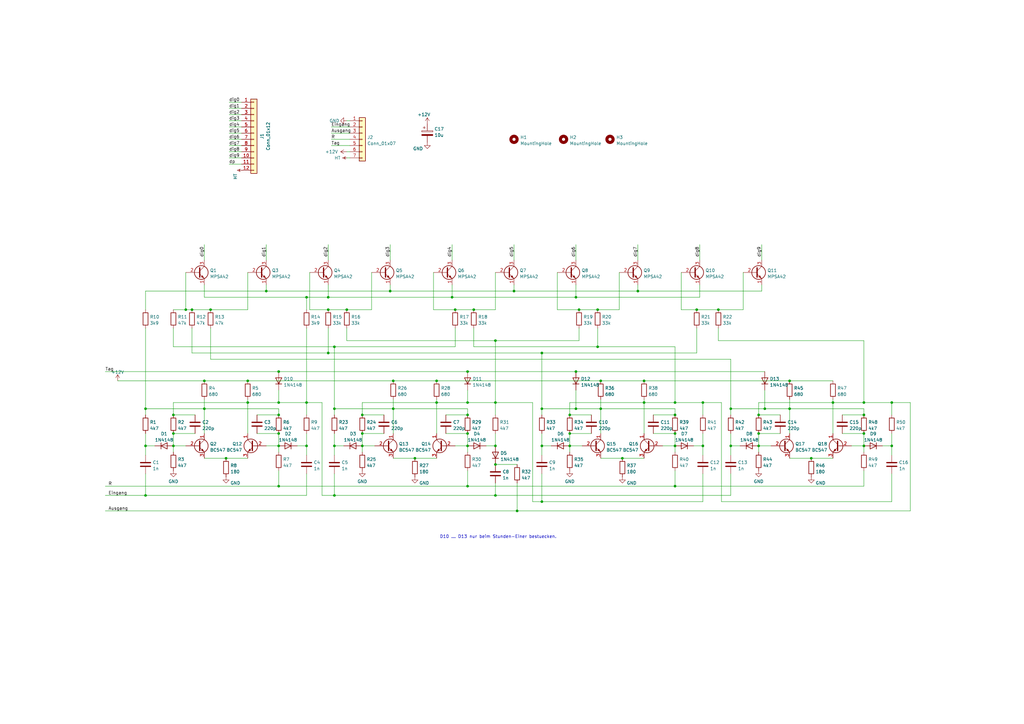
<source format=kicad_sch>
(kicad_sch (version 20211123) (generator eeschema)
  (paper "A3")
  (junction (at 191.77 152.4))
  (junction (at 114.3 199.39))
  (junction (at 137.16 182.88))
  (junction (at 83.82 167.64))
  (junction (at 323.85 156.21))
  (junction (at 222.25 182.88))
  (junction (at 299.72 167.64))
  (junction (at 137.16 203.2))
  (junction (at 71.12 170.18))
  (junction (at 365.76 165.1))
  (junction (at 114.3 170.18))
  (junction (at 210.82 119.38))
  (junction (at 203.2 139.7))
  (junction (at 276.86 170.18))
  (junction (at 341.63 165.1))
  (junction (at 233.68 177.8))
  (junction (at 185.42 121.92))
  (junction (at 294.64 127))
  (junction (at 142.24 127))
  (junction (at 203.2 190.5))
  (junction (at 311.15 170.18))
  (junction (at 212.09 209.55))
  (junction (at 255.27 187.96))
  (junction (at 233.68 170.18))
  (junction (at 71.12 182.88))
  (junction (at 125.73 182.88))
  (junction (at 233.68 182.88))
  (junction (at 59.69 203.2))
  (junction (at 203.2 165.1))
  (junction (at 299.72 182.88))
  (junction (at 332.74 187.96))
  (junction (at 170.18 187.96))
  (junction (at 313.69 167.64))
  (junction (at 148.59 182.88))
  (junction (at 354.33 182.88))
  (junction (at 59.69 182.88))
  (junction (at 86.36 127))
  (junction (at 160.02 119.38))
  (junction (at 191.77 182.88))
  (junction (at 222.25 144.78))
  (junction (at 354.33 170.18))
  (junction (at 186.69 127))
  (junction (at 245.11 142.24))
  (junction (at 276.86 177.8))
  (junction (at 288.29 182.88))
  (junction (at 148.59 170.18))
  (junction (at 276.86 199.39))
  (junction (at 245.11 127))
  (junction (at 246.38 156.21))
  (junction (at 137.16 167.64))
  (junction (at 191.77 177.8))
  (junction (at 191.77 170.18))
  (junction (at 264.16 156.21))
  (junction (at 134.62 127))
  (junction (at 114.3 165.1))
  (junction (at 101.6 165.1))
  (junction (at 354.33 165.1))
  (junction (at 179.07 165.1))
  (junction (at 179.07 156.21))
  (junction (at 59.69 167.64))
  (junction (at 203.2 203.2))
  (junction (at 264.16 165.1))
  (junction (at 365.76 182.88))
  (junction (at 237.49 127))
  (junction (at 125.73 165.1))
  (junction (at 92.71 187.96))
  (junction (at 203.2 182.88))
  (junction (at 354.33 177.8))
  (junction (at 191.77 199.39))
  (junction (at 311.15 177.8))
  (junction (at 125.73 121.92))
  (junction (at 222.25 205.74))
  (junction (at 78.74 127))
  (junction (at 114.3 182.88))
  (junction (at 276.86 182.88))
  (junction (at 236.22 152.4))
  (junction (at 285.75 127))
  (junction (at 311.15 182.88))
  (junction (at 191.77 165.1))
  (junction (at 276.86 165.1))
  (junction (at 76.2 127))
  (junction (at 114.3 152.4))
  (junction (at 236.22 121.92))
  (junction (at 114.3 177.8))
  (junction (at 109.22 119.38))
  (junction (at 246.38 167.64))
  (junction (at 134.62 121.92))
  (junction (at 161.29 156.21))
  (junction (at 236.22 167.64))
  (junction (at 261.62 119.38))
  (junction (at 137.16 142.24))
  (junction (at 83.82 156.21))
  (junction (at 323.85 167.64))
  (junction (at 101.6 156.21))
  (junction (at 161.29 167.64))
  (junction (at 148.59 177.8))
  (junction (at 222.25 167.64))
  (junction (at 288.29 165.1))
  (junction (at 134.62 144.78))
  (junction (at 194.31 127))
  (junction (at 71.12 177.8))
  (wire (pts (xy 288.29 194.31) (xy 288.29 205.74)))
  (wire (pts (xy 222.25 144.78) (xy 222.25 167.64)))
  (wire (pts (xy 179.07 163.83) (xy 179.07 165.1)))
  (wire (pts (xy 222.25 144.78) (xy 285.75 144.78)))
  (wire (pts (xy 288.29 177.8) (xy 288.29 182.88)))
  (wire (pts (xy 287.02 121.92) (xy 287.02 116.84)))
  (wire (pts (xy 276.86 142.24) (xy 276.86 165.1)))
  (wire (pts (xy 311.15 165.1) (xy 341.63 165.1)))
  (wire (pts (xy 101.6 111.76) (xy 101.6 127)))
  (wire (pts (xy 285.75 127) (xy 294.64 127)))
  (wire (pts (xy 236.22 100.33) (xy 236.22 106.68)))
  (wire (pts (xy 71.12 127) (xy 76.2 127)))
  (wire (pts (xy 299.72 203.2) (xy 299.72 194.31)))
  (wire (pts (xy 71.12 182.88) (xy 71.12 185.42)))
  (wire (pts (xy 203.2 139.7) (xy 237.49 139.7)))
  (wire (pts (xy 114.3 152.4) (xy 191.77 152.4)))
  (wire (pts (xy 99.06 67.31) (xy 93.98 67.31)))
  (wire (pts (xy 121.92 182.88) (xy 125.73 182.88)))
  (wire (pts (xy 311.15 182.88) (xy 316.23 182.88)))
  (wire (pts (xy 210.82 116.84) (xy 210.82 119.38)))
  (wire (pts (xy 71.12 177.8) (xy 71.12 182.88)))
  (wire (pts (xy 228.6 127) (xy 237.49 127)))
  (wire (pts (xy 354.33 182.88) (xy 354.33 185.42)))
  (wire (pts (xy 233.68 177.8) (xy 233.68 182.88)))
  (wire (pts (xy 101.6 156.21) (xy 161.29 156.21)))
  (wire (pts (xy 83.82 167.64) (xy 83.82 177.8)))
  (wire (pts (xy 279.4 111.76) (xy 279.4 127)))
  (wire (pts (xy 323.85 167.64) (xy 354.33 167.64)))
  (wire (pts (xy 132.08 165.1) (xy 125.73 165.1)))
  (wire (pts (xy 148.59 177.8) (xy 157.48 177.8)))
  (wire (pts (xy 182.88 177.8) (xy 191.77 177.8)))
  (wire (pts (xy 365.76 194.31) (xy 365.76 205.74)))
  (wire (pts (xy 222.25 182.88) (xy 222.25 186.69)))
  (wire (pts (xy 43.18 203.2) (xy 59.69 203.2)))
  (wire (pts (xy 233.68 170.18) (xy 242.57 170.18)))
  (wire (pts (xy 99.06 41.91) (xy 93.98 41.91)))
  (wire (pts (xy 246.38 167.64) (xy 246.38 177.8)))
  (wire (pts (xy 341.63 165.1) (xy 341.63 177.8)))
  (wire (pts (xy 148.59 165.1) (xy 179.07 165.1)))
  (wire (pts (xy 114.3 177.8) (xy 114.3 182.88)))
  (wire (pts (xy 83.82 116.84) (xy 83.82 121.92)))
  (wire (pts (xy 246.38 167.64) (xy 236.22 167.64)))
  (wire (pts (xy 125.73 121.92) (xy 125.73 127)))
  (wire (pts (xy 59.69 177.8) (xy 59.69 182.88)))
  (wire (pts (xy 311.15 177.8) (xy 320.04 177.8)))
  (wire (pts (xy 148.59 177.8) (xy 148.59 182.88)))
  (wire (pts (xy 160.02 100.33) (xy 160.02 106.68)))
  (wire (pts (xy 299.72 167.64) (xy 299.72 170.18)))
  (wire (pts (xy 365.76 165.1) (xy 373.38 165.1)))
  (wire (pts (xy 125.73 121.92) (xy 134.62 121.92)))
  (wire (pts (xy 295.91 165.1) (xy 295.91 205.74)))
  (wire (pts (xy 99.06 49.53) (xy 93.98 49.53)))
  (wire (pts (xy 245.11 142.24) (xy 276.86 142.24)))
  (wire (pts (xy 323.85 156.21) (xy 341.63 156.21)))
  (wire (pts (xy 233.68 177.8) (xy 242.57 177.8)))
  (wire (pts (xy 191.77 177.8) (xy 191.77 182.88)))
  (wire (pts (xy 186.69 182.88) (xy 191.77 182.88)))
  (wire (pts (xy 236.22 152.4) (xy 313.69 152.4)))
  (wire (pts (xy 125.73 182.88) (xy 125.73 186.69)))
  (wire (pts (xy 125.73 165.1) (xy 125.73 170.18)))
  (wire (pts (xy 135.89 59.69) (xy 143.51 59.69)))
  (wire (pts (xy 191.77 193.04) (xy 191.77 199.39)))
  (wire (pts (xy 287.02 100.33) (xy 287.02 106.68)))
  (wire (pts (xy 78.74 144.78) (xy 134.62 144.78)))
  (wire (pts (xy 59.69 127) (xy 59.69 119.38)))
  (wire (pts (xy 295.91 205.74) (xy 365.76 205.74)))
  (wire (pts (xy 299.72 182.88) (xy 299.72 186.69)))
  (wire (pts (xy 218.44 205.74) (xy 222.25 205.74)))
  (wire (pts (xy 134.62 127) (xy 142.24 127)))
  (wire (pts (xy 99.06 44.45) (xy 93.98 44.45)))
  (wire (pts (xy 101.6 165.1) (xy 101.6 177.8)))
  (wire (pts (xy 203.2 127) (xy 203.2 111.76)))
  (wire (pts (xy 182.88 170.18) (xy 191.77 170.18)))
  (wire (pts (xy 185.42 100.33) (xy 185.42 106.68)))
  (wire (pts (xy 83.82 156.21) (xy 101.6 156.21)))
  (wire (pts (xy 76.2 111.76) (xy 76.2 127)))
  (wire (pts (xy 83.82 167.64) (xy 114.3 167.64)))
  (wire (pts (xy 83.82 163.83) (xy 83.82 167.64)))
  (wire (pts (xy 222.25 205.74) (xy 288.29 205.74)))
  (wire (pts (xy 43.18 199.39) (xy 114.3 199.39)))
  (wire (pts (xy 264.16 165.1) (xy 276.86 165.1)))
  (wire (pts (xy 83.82 121.92) (xy 125.73 121.92)))
  (wire (pts (xy 222.25 177.8) (xy 222.25 182.88)))
  (wire (pts (xy 185.42 116.84) (xy 185.42 121.92)))
  (wire (pts (xy 222.25 194.31) (xy 222.25 205.74)))
  (wire (pts (xy 203.2 203.2) (xy 299.72 203.2)))
  (wire (pts (xy 71.12 177.8) (xy 80.01 177.8)))
  (wire (pts (xy 99.06 57.15) (xy 93.98 57.15)))
  (wire (pts (xy 99.06 64.77) (xy 93.98 64.77)))
  (wire (pts (xy 86.36 147.32) (xy 299.72 147.32)))
  (wire (pts (xy 264.16 163.83) (xy 264.16 165.1)))
  (wire (pts (xy 191.77 165.1) (xy 203.2 165.1)))
  (wire (pts (xy 246.38 156.21) (xy 264.16 156.21)))
  (wire (pts (xy 203.2 177.8) (xy 203.2 182.88)))
  (wire (pts (xy 236.22 121.92) (xy 287.02 121.92)))
  (wire (pts (xy 127 127) (xy 134.62 127)))
  (wire (pts (xy 59.69 134.62) (xy 59.69 167.64)))
  (wire (pts (xy 276.86 177.8) (xy 276.86 182.88)))
  (wire (pts (xy 294.64 139.7) (xy 294.64 134.62)))
  (wire (pts (xy 132.08 203.2) (xy 132.08 165.1)))
  (wire (pts (xy 299.72 167.64) (xy 299.72 147.32)))
  (wire (pts (xy 109.22 182.88) (xy 114.3 182.88)))
  (wire (pts (xy 71.12 165.1) (xy 101.6 165.1)))
  (wire (pts (xy 233.68 182.88) (xy 238.76 182.88)))
  (wire (pts (xy 191.77 170.18) (xy 191.77 167.64)))
  (wire (pts (xy 233.68 170.18) (xy 233.68 165.1)))
  (wire (pts (xy 312.42 100.33) (xy 312.42 106.68)))
  (wire (pts (xy 71.12 134.62) (xy 71.12 142.24)))
  (wire (pts (xy 161.29 167.64) (xy 137.16 167.64)))
  (wire (pts (xy 109.22 116.84) (xy 109.22 119.38)))
  (wire (pts (xy 191.77 182.88) (xy 191.77 185.42)))
  (wire (pts (xy 194.31 127) (xy 203.2 127)))
  (wire (pts (xy 179.07 165.1) (xy 191.77 165.1)))
  (wire (pts (xy 354.33 139.7) (xy 294.64 139.7)))
  (wire (pts (xy 137.16 194.31) (xy 137.16 203.2)))
  (wire (pts (xy 284.48 182.88) (xy 288.29 182.88)))
  (wire (pts (xy 160.02 116.84) (xy 160.02 119.38)))
  (wire (pts (xy 288.29 165.1) (xy 288.29 170.18)))
  (wire (pts (xy 365.76 182.88) (xy 365.76 186.69)))
  (wire (pts (xy 99.06 54.61) (xy 93.98 54.61)))
  (wire (pts (xy 114.3 182.88) (xy 114.3 185.42)))
  (wire (pts (xy 218.44 165.1) (xy 218.44 205.74)))
  (wire (pts (xy 99.06 59.69) (xy 93.98 59.69)))
  (wire (pts (xy 137.16 142.24) (xy 137.16 167.64)))
  (wire (pts (xy 276.86 182.88) (xy 276.86 185.42)))
  (wire (pts (xy 135.89 54.61) (xy 143.51 54.61)))
  (wire (pts (xy 228.6 111.76) (xy 228.6 127)))
  (wire (pts (xy 341.63 163.83) (xy 341.63 165.1)))
  (wire (pts (xy 365.76 177.8) (xy 365.76 182.88)))
  (wire (pts (xy 191.77 152.4) (xy 236.22 152.4)))
  (wire (pts (xy 71.12 142.24) (xy 137.16 142.24)))
  (wire (pts (xy 237.49 139.7) (xy 237.49 134.62)))
  (wire (pts (xy 63.5 182.88) (xy 59.69 182.88)))
  (wire (pts (xy 354.33 170.18) (xy 354.33 167.64)))
  (wire (pts (xy 59.69 119.38) (xy 109.22 119.38)))
  (wire (pts (xy 255.27 187.96) (xy 264.16 187.96)))
  (wire (pts (xy 354.33 177.8) (xy 354.33 182.88)))
  (wire (pts (xy 148.59 182.88) (xy 148.59 185.42)))
  (wire (pts (xy 303.53 182.88) (xy 299.72 182.88)))
  (wire (pts (xy 78.74 134.62) (xy 78.74 144.78)))
  (wire (pts (xy 236.22 116.84) (xy 236.22 121.92)))
  (wire (pts (xy 125.73 134.62) (xy 125.73 165.1)))
  (wire (pts (xy 127 111.76) (xy 127 127)))
  (wire (pts (xy 101.6 165.1) (xy 114.3 165.1)))
  (wire (pts (xy 43.18 152.4) (xy 114.3 152.4)))
  (wire (pts (xy 203.2 165.1) (xy 203.2 170.18)))
  (wire (pts (xy 148.59 182.88) (xy 153.67 182.88)))
  (wire (pts (xy 134.62 144.78) (xy 222.25 144.78)))
  (wire (pts (xy 135.89 57.15) (xy 143.51 57.15)))
  (wire (pts (xy 276.86 170.18) (xy 276.86 167.64)))
  (wire (pts (xy 194.31 142.24) (xy 245.11 142.24)))
  (wire (pts (xy 137.16 182.88) (xy 137.16 186.69)))
  (wire (pts (xy 83.82 100.33) (xy 83.82 106.68)))
  (wire (pts (xy 233.68 182.88) (xy 233.68 185.42)))
  (wire (pts (xy 311.15 177.8) (xy 311.15 182.88)))
  (wire (pts (xy 71.12 182.88) (xy 76.2 182.88)))
  (wire (pts (xy 222.25 167.64) (xy 222.25 170.18)))
  (wire (pts (xy 191.77 199.39) (xy 276.86 199.39)))
  (wire (pts (xy 194.31 134.62) (xy 194.31 142.24)))
  (wire (pts (xy 271.78 182.88) (xy 276.86 182.88)))
  (wire (pts (xy 137.16 203.2) (xy 203.2 203.2)))
  (wire (pts (xy 83.82 187.96) (xy 92.71 187.96)))
  (wire (pts (xy 161.29 187.96) (xy 170.18 187.96)))
  (wire (pts (xy 341.63 165.1) (xy 354.33 165.1)))
  (wire (pts (xy 226.06 182.88) (xy 222.25 182.88)))
  (wire (pts (xy 59.69 194.31) (xy 59.69 203.2)))
  (wire (pts (xy 114.3 199.39) (xy 191.77 199.39)))
  (wire (pts (xy 179.07 156.21) (xy 246.38 156.21)))
  (wire (pts (xy 191.77 160.02) (xy 191.77 165.1)))
  (wire (pts (xy 254 127) (xy 254 111.76)))
  (wire (pts (xy 311.15 170.18) (xy 320.04 170.18)))
  (wire (pts (xy 161.29 163.83) (xy 161.29 167.64)))
  (wire (pts (xy 311.15 170.18) (xy 311.15 165.1)))
  (wire (pts (xy 160.02 119.38) (xy 109.22 119.38)))
  (wire (pts (xy 323.85 163.83) (xy 323.85 167.64)))
  (wire (pts (xy 48.26 156.21) (xy 83.82 156.21)))
  (wire (pts (xy 203.2 190.5) (xy 212.09 190.5)))
  (wire (pts (xy 246.38 187.96) (xy 255.27 187.96)))
  (wire (pts (xy 99.06 62.23) (xy 93.98 62.23)))
  (wire (pts (xy 365.76 165.1) (xy 365.76 170.18)))
  (wire (pts (xy 212.09 209.55) (xy 373.38 209.55)))
  (wire (pts (xy 299.72 177.8) (xy 299.72 182.88)))
  (wire (pts (xy 142.24 62.23) (xy 143.51 62.23)))
  (wire (pts (xy 345.44 177.8) (xy 354.33 177.8)))
  (wire (pts (xy 134.62 134.62) (xy 134.62 144.78)))
  (wire (pts (xy 71.12 170.18) (xy 80.01 170.18)))
  (wire (pts (xy 264.16 165.1) (xy 264.16 177.8)))
  (wire (pts (xy 142.24 139.7) (xy 203.2 139.7)))
  (wire (pts (xy 236.22 167.64) (xy 222.25 167.64)))
  (wire (pts (xy 285.75 144.78) (xy 285.75 134.62)))
  (wire (pts (xy 349.25 182.88) (xy 354.33 182.88)))
  (wire (pts (xy 312.42 116.84) (xy 312.42 119.38)))
  (wire (pts (xy 114.3 165.1) (xy 125.73 165.1)))
  (wire (pts (xy 294.64 127) (xy 304.8 127)))
  (wire (pts (xy 311.15 182.88) (xy 311.15 185.42)))
  (wire (pts (xy 114.3 193.04) (xy 114.3 199.39)))
  (wire (pts (xy 101.6 163.83) (xy 101.6 165.1)))
  (wire (pts (xy 267.97 177.8) (xy 276.86 177.8)))
  (wire (pts (xy 276.86 165.1) (xy 288.29 165.1)))
  (wire (pts (xy 313.69 160.02) (xy 313.69 167.64)))
  (wire (pts (xy 152.4 127) (xy 152.4 111.76)))
  (wire (pts (xy 137.16 203.2) (xy 132.08 203.2)))
  (wire (pts (xy 203.2 198.12) (xy 203.2 203.2)))
  (wire (pts (xy 233.68 165.1) (xy 264.16 165.1)))
  (wire (pts (xy 210.82 100.33) (xy 210.82 106.68)))
  (wire (pts (xy 264.16 156.21) (xy 323.85 156.21)))
  (wire (pts (xy 59.69 182.88) (xy 59.69 186.69)))
  (wire (pts (xy 43.18 209.55) (xy 212.09 209.55)))
  (wire (pts (xy 288.29 182.88) (xy 288.29 186.69)))
  (wire (pts (xy 161.29 167.64) (xy 161.29 177.8)))
  (wire (pts (xy 279.4 127) (xy 285.75 127)))
  (wire (pts (xy 125.73 203.2) (xy 125.73 194.31)))
  (wire (pts (xy 114.3 170.18) (xy 114.3 167.64)))
  (wire (pts (xy 261.62 119.38) (xy 210.82 119.38)))
  (wire (pts (xy 245.11 134.62) (xy 245.11 142.24)))
  (wire (pts (xy 361.95 182.88) (xy 365.76 182.88)))
  (wire (pts (xy 210.82 119.38) (xy 160.02 119.38)))
  (wire (pts (xy 134.62 116.84) (xy 134.62 121.92)))
  (wire (pts (xy 354.33 193.04) (xy 354.33 199.39)))
  (wire (pts (xy 142.24 64.77) (xy 143.51 64.77)))
  (wire (pts (xy 288.29 165.1) (xy 295.91 165.1)))
  (wire (pts (xy 323.85 167.64) (xy 323.85 177.8)))
  (wire (pts (xy 177.8 111.76) (xy 177.8 127)))
  (wire (pts (xy 92.71 187.96) (xy 101.6 187.96)))
  (wire (pts (xy 304.8 127) (xy 304.8 111.76)))
  (wire (pts (xy 354.33 165.1) (xy 365.76 165.1)))
  (wire (pts (xy 134.62 100.33) (xy 134.62 106.68)))
  (wire (pts (xy 246.38 163.83) (xy 246.38 167.64)))
  (wire (pts (xy 140.97 182.88) (xy 137.16 182.88)))
  (wire (pts (xy 312.42 119.38) (xy 261.62 119.38)))
  (wire (pts (xy 267.97 170.18) (xy 276.86 170.18)))
  (wire (pts (xy 245.11 127) (xy 254 127)))
  (wire (pts (xy 345.44 170.18) (xy 354.33 170.18)))
  (wire (pts (xy 261.62 116.84) (xy 261.62 119.38)))
  (wire (pts (xy 186.69 134.62) (xy 186.69 142.24)))
  (wire (pts (xy 186.69 127) (xy 194.31 127)))
  (wire (pts (xy 218.44 165.1) (xy 203.2 165.1)))
  (wire (pts (xy 142.24 134.62) (xy 142.24 139.7)))
  (wire (pts (xy 276.86 193.04) (xy 276.86 199.39)))
  (wire (pts (xy 185.42 121.92) (xy 236.22 121.92)))
  (wire (pts (xy 148.59 170.18) (xy 148.59 165.1)))
  (wire (pts (xy 71.12 170.18) (xy 71.12 165.1)))
  (wire (pts (xy 135.89 52.07) (xy 143.51 52.07)))
  (wire (pts (xy 125.73 177.8) (xy 125.73 182.88)))
  (wire (pts (xy 161.29 167.64) (xy 191.77 167.64)))
  (wire (pts (xy 114.3 160.02) (xy 114.3 165.1)))
  (wire (pts (xy 313.69 167.64) (xy 299.72 167.64)))
  (wire (pts (xy 59.69 203.2) (xy 125.73 203.2)))
  (wire (pts (xy 212.09 198.12) (xy 212.09 209.55)))
  (wire (pts (xy 237.49 127) (xy 245.11 127)))
  (wire (pts (xy 177.8 127) (xy 186.69 127)))
  (wire (pts (xy 76.2 127) (xy 78.74 127)))
  (wire (pts (xy 161.29 156.21) (xy 179.07 156.21)))
  (wire (pts (xy 78.74 127) (xy 86.36 127)))
  (wire (pts (xy 276.86 199.39) (xy 354.33 199.39)))
  (wire (pts (xy 179.07 165.1) (xy 179.07 177.8)))
  (wire (pts (xy 137.16 177.8) (xy 137.16 182.88)))
  (wire (pts (xy 236.22 160.02) (xy 236.22 167.64)))
  (wire (pts (xy 83.82 167.64) (xy 59.69 167.64)))
  (wire (pts (xy 148.59 170.18) (xy 157.48 170.18)))
  (wire (pts (xy 101.6 127) (xy 86.36 127)))
  (wire (pts (xy 86.36 134.62) (xy 86.36 147.32)))
  (wire (pts (xy 109.22 100.33) (xy 109.22 106.68)))
  (wire (pts (xy 137.16 142.24) (xy 186.69 142.24)))
  (wire (pts (xy 134.62 121.92) (xy 185.42 121.92)))
  (wire (pts (xy 261.62 100.33) (xy 261.62 106.68)))
  (wire (pts (xy 246.38 167.64) (xy 276.86 167.64)))
  (wire (pts (xy 323.85 187.96) (xy 332.74 187.96)))
  (wire (pts (xy 59.69 167.64) (xy 59.69 170.18)))
  (wire (pts (xy 105.41 170.18) (xy 114.3 170.18)))
  (wire (pts (xy 332.74 187.96) (xy 341.63 187.96)))
  (wire (pts (xy 99.06 46.99) (xy 93.98 46.99)))
  (wire (pts (xy 170.18 187.96) (xy 179.07 187.96)))
  (wire (pts (xy 323.85 167.64) (xy 313.69 167.64)))
  (wire (pts (xy 373.38 165.1) (xy 373.38 209.55)))
  (wire (pts (xy 142.24 49.53) (xy 143.51 49.53)))
  (wire (pts (xy 199.39 182.88) (xy 203.2 182.88)))
  (wire (pts (xy 99.06 52.07) (xy 93.98 52.07)))
  (wire (pts (xy 203.2 139.7) (xy 203.2 165.1)))
  (wire (pts (xy 105.41 177.8) (xy 114.3 177.8)))
  (wire (pts (xy 137.16 167.64) (xy 137.16 170.18)))
  (wire (pts (xy 354.33 165.1) (xy 354.33 139.7)))
  (wire (pts (xy 142.24 127) (xy 152.4 127)))
  (text "D10 ... D13 nur beim Stunden-Einer bestuecken.\n" (at 180.34 220.98 0) (effects (font (size 1.27 1.27)) (justify left bottom)))
  (label "dig6" (at 93.98 57.15 0))
  (label "dig3" (at 160.02 105.41 90))
  (label "dig0" (at 83.82 105.41 90))
  (label "dig5" (at 210.82 105.41 90))
  (label "Ausgang" (at 135.89 54.61 0))
  (label "Eingang" (at 135.89 52.07 0))
  (label "dig7" (at 261.62 105.41 90))
  (label "dig0" (at 93.98 41.91 0))
  (label "dig6" (at 236.22 105.41 90))
  (label "dig4" (at 185.42 105.41 90))
  (label "R" (at 135.89 57.15 0))
  (label "Tag" (at 43.18 152.4 0))
  (label "dig7" (at 93.98 59.69 0))
  (label "Eingang" (at 44.45 203.2 0))
  (label "dig9" (at 312.42 105.41 90))
  (label "dig5" (at 93.98 54.61 0))
  (label "dig3" (at 93.98 49.53 0))
  (label "dig1" (at 93.98 44.45 0))
  (label "dig2" (at 134.62 105.41 90))
  (label "dig8" (at 93.98 62.23 0))
  (label "R" (at 44.45 199.39 0))
  (label "Ausgang" (at 44.45 209.55 0))
  (label "dig2" (at 93.98 46.99 0))
  (label "dig9" (at 93.98 64.77 0))
  (label "dig4" (at 93.98 52.07 0))
  (label "Tag" (at 135.89 59.69 0))
  (label "dig1" (at 109.22 105.41 90))
  (label "dp" (at 93.98 67.31 0))
  (label "dig8" (at 287.02 105.41 90))
  (symbol (lib_id "Transistor_BJT:MPSA42") (at 208.28 111.76 0) (unit 1)
    (property "Reference" "Q7" (at 213.1314 110.9253 0) (effects (justify left)))
    (property "Value" "MPSA42" (at 213.1314 113.4622 0) (effects (justify left)))
    (property "Footprint" "Package_TO_SOT_THT:TO-92_HandSolder" (effects hide))
    (property "Datasheet" "http://www.onsemi.com/pub_link/Collateral/MPSA42-D.PDF" (effects hide))
  )
  (symbol (lib_id "Device:R") (at 148.59 173.99 0) (unit 1)
    (property "Reference" "R24" (at 150.368 173.1553 0) (effects (justify left)))
    (property "Value" "4k7" (at 150.368 175.6922 0) (effects (justify left)))
    (property "Footprint" "Resistor_THT:R_Axial_DIN0207_L6.3mm_D2.5mm_P10.16mm_Horizontal" (effects hide))
  )
  (symbol (lib_id "Device:R") (at 114.3 189.23 0) (unit 1)
    (property "Reference" "R7" (at 116.078 188.3953 0) (effects (justify left)))
    (property "Value" "4k7" (at 116.078 190.9322 0) (effects (justify left)))
    (property "Footprint" "Resistor_THT:R_Axial_DIN0207_L6.3mm_D2.5mm_P10.16mm_Horizontal" (effects hide))
  )
  (symbol (lib_id "Device:C") (at 105.41 173.99 0) (unit 1)
    (property "Reference" "C3" (at 108.331 173.1553 0) (effects (justify left)))
    (property "Value" "220p" (at 108.331 175.6922 0) (effects (justify left)))
    (property "Footprint" "Capacitor_THT:C_Disc_D5.0mm_W2.5mm_P2.50mm" (effects hide))
  )
  (symbol (lib_id "Device:R") (at 83.82 160.02 0) (unit 1)
    (property "Reference" "R4" (at 85.598 159.1853 0) (effects (justify left)))
    (property "Value" "680" (at 85.598 161.7222 0) (effects (justify left)))
    (property "Footprint" "Resistor_THT:R_Axial_DIN0207_L6.3mm_D2.5mm_P10.16mm_Horizontal" (effects hide))
  )
  (symbol (lib_id "Device:R") (at 299.72 173.99 0) (unit 1)
    (property "Reference" "R42" (at 301.498 173.1553 0) (effects (justify left)))
    (property "Value" "4k7" (at 301.498 175.6922 0) (effects (justify left)))
    (property "Footprint" "Resistor_THT:R_Axial_DIN0207_L6.3mm_D2.5mm_P10.16mm_Horizontal" (effects hide))
  )
  (symbol (lib_id "Mechanical:MountingHole") (at 231.14 57.15 0) (unit 1)
    (property "Reference" "H2" (at 233.68 56.3153 0) (effects (justify left)))
    (property "Value" "MountingHole" (at 233.68 58.8522 0) (effects (justify left)))
    (property "Footprint" "MountingHole:MountingHole_3.2mm_M3" (effects hide))
  )
  (symbol (lib_id "Transistor_BJT:BC547") (at 243.84 182.88 0) (unit 1)
    (property "Reference" "Q15" (at 248.6914 182.0453 0) (effects (justify left)))
    (property "Value" "BC547" (at 248.6914 184.5822 0) (effects (justify left)))
    (property "Footprint" "Package_TO_SOT_THT:TO-92_HandSolder" (effects hide))
    (property "Datasheet" "https://www.onsemi.com/pub/Collateral/BC550-D.pdf" (effects hide))
  )
  (symbol (lib_id "Transistor_BJT:BC547") (at 266.7 182.88 0) (mirror y) (unit 1)
    (property "Reference" "Q16" (at 261.8486 182.0453 0) (effects (justify left)))
    (property "Value" "BC547" (at 261.8486 184.5822 0) (effects (justify left)))
    (property "Footprint" "Package_TO_SOT_THT:TO-92_HandSolder" (effects hide))
    (property "Datasheet" "https://www.onsemi.com/pub/Collateral/BC550-D.pdf" (effects hide))
  )
  (symbol (lib_id "Device:R") (at 246.38 160.02 0) (unit 1)
    (property "Reference" "R36" (at 248.158 159.1853 0) (effects (justify left)))
    (property "Value" "680" (at 248.158 161.7222 0) (effects (justify left)))
    (property "Footprint" "Resistor_THT:R_Axial_DIN0207_L6.3mm_D2.5mm_P10.16mm_Horizontal" (effects hide))
  )
  (symbol (lib_id "Transistor_BJT:BC547") (at 321.31 182.88 0) (unit 1)
    (property "Reference" "Q17" (at 326.1614 182.0453 0) (effects (justify left)))
    (property "Value" "BC547" (at 326.1614 184.5822 0) (effects (justify left)))
    (property "Footprint" "Package_TO_SOT_THT:TO-92_HandSolder" (effects hide))
    (property "Datasheet" "https://www.onsemi.com/pub/Collateral/BC550-D.pdf" (effects hide))
  )
  (symbol (lib_id "Device:R") (at 71.12 173.99 0) (unit 1)
    (property "Reference" "R2" (at 72.898 173.1553 0) (effects (justify left)))
    (property "Value" "4k7" (at 72.898 175.6922 0) (effects (justify left)))
    (property "Footprint" "Resistor_THT:R_Axial_DIN0207_L6.3mm_D2.5mm_P10.16mm_Horizontal" (effects hide))
  )
  (symbol (lib_id "Device:C") (at 157.48 173.99 0) (unit 1)
    (property "Reference" "C6" (at 160.401 173.1553 0) (effects (justify left)))
    (property "Value" "220p" (at 160.401 175.6922 0) (effects (justify left)))
    (property "Footprint" "Capacitor_THT:C_Disc_D5.0mm_W2.5mm_P2.50mm" (effects hide))
  )
  (symbol (lib_id "Device:C") (at 365.76 190.5 0) (unit 1)
    (property "Reference" "C16" (at 368.681 189.6653 0) (effects (justify left)))
    (property "Value" "1n" (at 368.681 192.2022 0) (effects (justify left)))
    (property "Footprint" "Capacitor_THT:C_Disc_D5.0mm_W2.5mm_P2.50mm" (effects hide))
  )
  (symbol (lib_id "Device:R") (at 71.12 189.23 0) (unit 1)
    (property "Reference" "R3" (at 72.898 188.3953 0) (effects (justify left)))
    (property "Value" "4k7" (at 72.898 190.9322 0) (effects (justify left)))
    (property "Footprint" "Resistor_THT:R_Axial_DIN0207_L6.3mm_D2.5mm_P10.16mm_Horizontal" (effects hide))
  )
  (symbol (lib_id "Device:C") (at 345.44 173.99 0) (unit 1)
    (property "Reference" "C15" (at 348.361 173.1553 0) (effects (justify left)))
    (property "Value" "220p" (at 348.361 175.6922 0) (effects (justify left)))
    (property "Footprint" "Capacitor_THT:C_Disc_D5.0mm_W2.5mm_P2.50mm" (effects hide))
  )
  (symbol (lib_id "Device:C") (at 59.69 190.5 0) (unit 1)
    (property "Reference" "C1" (at 62.611 189.6653 0) (effects (justify left)))
    (property "Value" "1n" (at 62.611 192.2022 0) (effects (justify left)))
    (property "Footprint" "Capacitor_THT:C_Disc_D5.0mm_W2.5mm_P2.50mm" (effects hide))
  )
  (symbol (lib_id "Device:C") (at 267.97 173.99 0) (unit 1)
    (property "Reference" "C11" (at 270.891 173.1553 0) (effects (justify left)))
    (property "Value" "220p" (at 270.891 175.6922 0) (effects (justify left)))
    (property "Footprint" "Capacitor_THT:C_Disc_D5.0mm_W2.5mm_P2.50mm" (effects hide))
  )
  (symbol (lib_id "Device:R") (at 285.75 130.81 0) (unit 1)
    (property "Reference" "R21" (at 287.528 129.9753 0) (effects (justify left)))
    (property "Value" "33k" (at 287.528 132.5122 0) (effects (justify left)))
    (property "Footprint" "Resistor_THT:R_Axial_DIN0207_L6.3mm_D2.5mm_P10.16mm_Horizontal" (effects hide))
  )
  (symbol (lib_id "Device:R") (at 92.71 191.77 0) (unit 1)
    (property "Reference" "R8" (at 94.488 190.9353 0) (effects (justify left)))
    (property "Value" "180" (at 94.488 193.4722 0) (effects (justify left)))
    (property "Footprint" "Resistor_THT:R_Axial_DIN0207_L6.3mm_D2.5mm_P10.16mm_Horizontal" (effects hide))
  )
  (symbol (lib_id "Transistor_BJT:MPSA42") (at 182.88 111.76 0) (unit 1)
    (property "Reference" "Q6" (at 187.7314 110.9253 0) (effects (justify left)))
    (property "Value" "MPSA42" (at 187.7314 113.4622 0) (effects (justify left)))
    (property "Footprint" "Package_TO_SOT_THT:TO-92_HandSolder" (effects hide))
    (property "Datasheet" "http://www.onsemi.com/pub_link/Collateral/MPSA42-D.PDF" (effects hide))
  )
  (symbol (lib_id "Device:R") (at 125.73 130.81 0) (unit 1)
    (property "Reference" "R14" (at 127.508 129.9753 0) (effects (justify left)))
    (property "Value" "3k9" (at 127.508 132.5122 0) (effects (justify left)))
    (property "Footprint" "Resistor_THT:R_Axial_DIN0207_L6.3mm_D2.5mm_P10.16mm_Horizontal" (effects hide))
  )
  (symbol (lib_id "Device:R") (at 142.24 130.81 0) (unit 1)
    (property "Reference" "R16" (at 144.018 129.9753 0) (effects (justify left)))
    (property "Value" "33k" (at 144.018 132.5122 0) (effects (justify left)))
    (property "Footprint" "Resistor_THT:R_Axial_DIN0207_L6.3mm_D2.5mm_P10.16mm_Horizontal" (effects hide))
  )
  (symbol (lib_id "Device:R") (at 311.15 189.23 0) (unit 1)
    (property "Reference" "R44" (at 312.928 188.3953 0) (effects (justify left)))
    (property "Value" "4k7" (at 312.928 190.9322 0) (effects (justify left)))
    (property "Footprint" "Resistor_THT:R_Axial_DIN0207_L6.3mm_D2.5mm_P10.16mm_Horizontal" (effects hide))
  )
  (symbol (lib_id "Transistor_BJT:MPSA42") (at 309.88 111.76 0) (unit 1)
    (property "Reference" "Q11" (at 314.7314 110.9253 0) (effects (justify left)))
    (property "Value" "MPSA42" (at 314.7314 113.4622 0) (effects (justify left)))
    (property "Footprint" "Package_TO_SOT_THT:TO-92_HandSolder" (effects hide))
    (property "Datasheet" "http://www.onsemi.com/pub_link/Collateral/MPSA42-D.PDF" (effects hide))
  )
  (symbol (lib_id "Device:R") (at 311.15 173.99 0) (unit 1)
    (property "Reference" "R43" (at 312.928 173.1553 0) (effects (justify left)))
    (property "Value" "4k7" (at 312.928 175.6922 0) (effects (justify left)))
    (property "Footprint" "Resistor_THT:R_Axial_DIN0207_L6.3mm_D2.5mm_P10.16mm_Horizontal" (effects hide))
  )
  (symbol (lib_id "Device:R") (at 194.31 130.81 0) (unit 1)
    (property "Reference" "R18" (at 196.088 129.9753 0) (effects (justify left)))
    (property "Value" "33k" (at 196.088 132.5122 0) (effects (justify left)))
    (property "Footprint" "Resistor_THT:R_Axial_DIN0207_L6.3mm_D2.5mm_P10.16mm_Horizontal" (effects hide))
  )
  (symbol (lib_id "Device:R") (at 101.6 160.02 0) (unit 1)
    (property "Reference" "R5" (at 103.378 159.1853 0) (effects (justify left)))
    (property "Value" "680" (at 103.378 161.7222 0) (effects (justify left)))
    (property "Footprint" "Resistor_THT:R_Axial_DIN0207_L6.3mm_D2.5mm_P10.16mm_Horizontal" (effects hide))
  )
  (symbol (lib_id "Diode:1N4148") (at 195.58 182.88 0) (mirror y) (unit 1)
    (property "Reference" "D4" (at 195.58 177.9102 0))
    (property "Value" "1N4148" (at 195.58 180.4471 0))
    (property "Footprint" "Diode_THT:D_DO-35_SOD27_P7.62mm_Horizontal" (effects hide))
    (property "Datasheet" "https://assets.nexperia.com/documents/data-sheet/1N4148_1N4448.pdf" (effects hide))
  )
  (symbol (lib_id "Device:R") (at 276.86 189.23 0) (unit 1)
    (property "Reference" "R40" (at 278.638 188.3953 0) (effects (justify left)))
    (property "Value" "4k7" (at 278.638 190.9322 0) (effects (justify left)))
    (property "Footprint" "Resistor_THT:R_Axial_DIN0207_L6.3mm_D2.5mm_P10.16mm_Horizontal" (effects hide))
  )
  (symbol (lib_id "Device:R") (at 86.36 130.81 0) (unit 1)
    (property "Reference" "R13" (at 88.138 129.9753 0) (effects (justify left)))
    (property "Value" "47k" (at 88.138 132.5122 0) (effects (justify left)))
    (property "Footprint" "Resistor_THT:R_Axial_DIN0207_L6.3mm_D2.5mm_P10.16mm_Horizontal" (effects hide))
  )
  (symbol (lib_id "power:HT") (at 99.06 69.85 90) (unit 1)
    (property "Reference" "#PWR0102" (effects hide))
    (property "Value" "HT" (at 96.52 72.39 0))
  )
  (symbol (lib_id "Transistor_BJT:MPSA42") (at 233.68 111.76 0) (unit 1)
    (property "Reference" "Q8" (at 238.5314 110.9253 0) (effects (justify left)))
    (property "Value" "MPSA42" (at 238.5314 113.4622 0) (effects (justify left)))
    (property "Footprint" "Package_TO_SOT_THT:TO-92_HandSolder" (effects hide))
    (property "Datasheet" "http://www.onsemi.com/pub_link/Collateral/MPSA42-D.PDF" (effects hide))
  )
  (symbol (lib_id "Device:R") (at 125.73 173.99 0) (unit 1)
    (property "Reference" "R9" (at 127.508 173.1553 0) (effects (justify left)))
    (property "Value" "4k7" (at 127.508 175.6922 0) (effects (justify left)))
    (property "Footprint" "Resistor_THT:R_Axial_DIN0207_L6.3mm_D2.5mm_P10.16mm_Horizontal" (effects hide))
  )
  (symbol (lib_id "power:GND") (at 255.27 195.58 0) (unit 1)
    (property "Reference" "#PWR0107" (effects hide))
    (property "Value" "GND" (at 259.08 198.12 0))
  )
  (symbol (lib_id "Transistor_BJT:BC547") (at 104.14 182.88 0) (mirror y) (unit 1)
    (property "Reference" "Q12" (at 99.2886 182.0453 0) (effects (justify left)))
    (property "Value" "BC547" (at 99.2886 184.5822 0) (effects (justify left)))
    (property "Footprint" "Package_TO_SOT_THT:TO-92_HandSolder" (effects hide))
    (property "Datasheet" "https://www.onsemi.com/pub/Collateral/BC550-D.pdf" (effects hide))
  )
  (symbol (lib_id "Connector_Generic:Conn_01x12") (at 104.14 54.61 0) (unit 1)
    (property "Reference" "J1" (at 107.4404 55.88 90))
    (property "Value" "Conn_01x12" (at 109.9773 55.88 90))
    (property "Footprint" "Connector_PinHeader_2.54mm:PinHeader_1x12_P2.54mm_Vertical" (effects hide))
  )
  (symbol (lib_id "power:HT") (at 142.24 64.77 90) (unit 1)
    (property "Reference" "#PWR0114" (effects hide))
    (property "Value" "HT" (at 138.43 64.77 90))
  )
  (symbol (lib_id "Device:R") (at 114.3 173.99 0) (unit 1)
    (property "Reference" "R6" (at 116.078 173.1553 0) (effects (justify left)))
    (property "Value" "4k7" (at 116.078 175.6922 0) (effects (justify left)))
    (property "Footprint" "Resistor_THT:R_Axial_DIN0207_L6.3mm_D2.5mm_P10.16mm_Horizontal" (effects hide))
  )
  (symbol (lib_id "Diode:1N4148") (at 307.34 182.88 0) (unit 1)
    (property "Reference" "D8" (at 307.34 177.9102 0))
    (property "Value" "1N4148" (at 307.34 180.4471 0))
    (property "Footprint" "Diode_THT:D_DO-35_SOD27_P7.62mm_Horizontal" (effects hide))
    (property "Datasheet" "https://assets.nexperia.com/documents/data-sheet/1N4148_1N4448.pdf" (effects hide))
  )
  (symbol (lib_id "power:GND") (at 233.68 193.04 0) (unit 1)
    (property "Reference" "#PWR0108" (effects hide))
    (property "Value" "GND" (at 233.68 197.4834 0))
  )
  (symbol (lib_id "Device:R") (at 161.29 160.02 0) (unit 1)
    (property "Reference" "R26" (at 163.068 159.1853 0) (effects (justify left)))
    (property "Value" "680" (at 163.068 161.7222 0) (effects (justify left)))
    (property "Footprint" "Resistor_THT:R_Axial_DIN0207_L6.3mm_D2.5mm_P10.16mm_Horizontal" (effects hide))
  )
  (symbol (lib_id "Device:R") (at 222.25 173.99 0) (unit 1)
    (property "Reference" "R33" (at 224.028 173.1553 0) (effects (justify left)))
    (property "Value" "4k7" (at 224.028 175.6922 0) (effects (justify left)))
    (property "Footprint" "Resistor_THT:R_Axial_DIN0207_L6.3mm_D2.5mm_P10.16mm_Horizontal" (effects hide))
  )
  (symbol (lib_id "Device:C_Polarized") (at 175.26 54.61 0) (unit 1)
    (property "Reference" "C17" (at 178.181 52.8863 0) (effects (justify left)))
    (property "Value" "10u" (at 178.181 55.4232 0) (effects (justify left)))
    (property "Footprint" "Capacitor_THT:CP_Radial_D5.0mm_P2.50mm" (effects hide))
  )
  (symbol (lib_id "Device:R") (at 71.12 130.81 0) (unit 1)
    (property "Reference" "R11" (at 72.898 129.9753 0) (effects (justify left)))
    (property "Value" "47k" (at 72.898 132.5122 0) (effects (justify left)))
    (property "Footprint" "Resistor_THT:R_Axial_DIN0207_L6.3mm_D2.5mm_P10.16mm_Horizontal" (effects hide))
  )
  (symbol (lib_id "Device:C") (at 80.01 173.99 0) (unit 1)
    (property "Reference" "C2" (at 82.931 173.1553 0) (effects (justify left)))
    (property "Value" "220p" (at 82.931 175.6922 0) (effects (justify left)))
    (property "Footprint" "Capacitor_THT:C_Disc_D5.0mm_W2.5mm_P2.50mm" (effects hide))
  )
  (symbol (lib_id "Device:R") (at 59.69 173.99 0) (unit 1)
    (property "Reference" "R1" (at 61.468 173.1553 0) (effects (justify left)))
    (property "Value" "4k7" (at 61.468 175.6922 0) (effects (justify left)))
    (property "Footprint" "Resistor_THT:R_Axial_DIN0207_L6.3mm_D2.5mm_P10.16mm_Horizontal" (effects hide))
  )
  (symbol (lib_id "Device:R") (at 365.76 173.99 0) (unit 1)
    (property "Reference" "R50" (at 367.538 173.1553 0) (effects (justify left)))
    (property "Value" "4k7" (at 367.538 175.6922 0) (effects (justify left)))
    (property "Footprint" "Resistor_THT:R_Axial_DIN0207_L6.3mm_D2.5mm_P10.16mm_Horizontal" (effects hide))
  )
  (symbol (lib_id "Device:C") (at 203.2 194.31 0) (unit 1)
    (property "Reference" "C8" (at 206.121 193.4753 0) (effects (justify left)))
    (property "Value" "1n" (at 206.121 196.0122 0) (effects (justify left)))
    (property "Footprint" "Capacitor_THT:C_Disc_D5.0mm_W2.5mm_P2.50mm" (effects hide))
  )
  (symbol (lib_id "Device:C") (at 137.16 190.5 0) (unit 1)
    (property "Reference" "C5" (at 140.081 189.6653 0) (effects (justify left)))
    (property "Value" "1n" (at 140.081 192.2022 0) (effects (justify left)))
    (property "Footprint" "Capacitor_THT:C_Disc_D5.0mm_W2.5mm_P2.50mm" (effects hide))
  )
  (symbol (lib_id "Mechanical:MountingHole") (at 250.19 57.15 0) (unit 1)
    (property "Reference" "H3" (at 252.73 56.3153 0) (effects (justify left)))
    (property "Value" "MountingHole" (at 252.73 58.8522 0) (effects (justify left)))
    (property "Footprint" "MountingHole:MountingHole_3.2mm_M3" (effects hide))
  )
  (symbol (lib_id "Device:C") (at 182.88 173.99 0) (unit 1)
    (property "Reference" "C7" (at 185.801 173.1553 0) (effects (justify left)))
    (property "Value" "220p" (at 185.801 175.6922 0) (effects (justify left)))
    (property "Footprint" "Capacitor_THT:C_Disc_D5.0mm_W2.5mm_P2.50mm" (effects hide))
  )
  (symbol (lib_id "Device:R") (at 245.11 130.81 0) (unit 1)
    (property "Reference" "R20" (at 246.888 129.9753 0) (effects (justify left)))
    (property "Value" "33k" (at 246.888 132.5122 0) (effects (justify left)))
    (property "Footprint" "Resistor_THT:R_Axial_DIN0207_L6.3mm_D2.5mm_P10.16mm_Horizontal" (effects hide))
  )
  (symbol (lib_id "Diode:1N4148") (at 280.67 182.88 0) (mirror y) (unit 1)
    (property "Reference" "D7" (at 280.67 177.9102 0))
    (property "Value" "1N4148" (at 280.67 180.4471 0))
    (property "Footprint" "Diode_THT:D_DO-35_SOD27_P7.62mm_Horizontal" (effects hide))
    (property "Datasheet" "https://assets.nexperia.com/documents/data-sheet/1N4148_1N4448.pdf" (effects hide))
  )
  (symbol (lib_id "power:GND") (at 71.12 193.04 0) (unit 1)
    (property "Reference" "#PWR0103" (effects hide))
    (property "Value" "GND" (at 71.12 197.4834 0))
  )
  (symbol (lib_id "Transistor_BJT:BC547") (at 344.17 182.88 0) (mirror y) (unit 1)
    (property "Reference" "Q18" (at 339.3186 182.0453 0) (effects (justify left)))
    (property "Value" "BC547" (at 339.3186 184.5822 0) (effects (justify left)))
    (property "Footprint" "Package_TO_SOT_THT:TO-92_HandSolder" (effects hide))
    (property "Datasheet" "https://www.onsemi.com/pub/Collateral/BC550-D.pdf" (effects hide))
  )
  (symbol (lib_id "Device:R") (at 276.86 173.99 0) (unit 1)
    (property "Reference" "R39" (at 278.638 173.1553 0) (effects (justify left)))
    (property "Value" "4k7" (at 278.638 175.6922 0) (effects (justify left)))
    (property "Footprint" "Resistor_THT:R_Axial_DIN0207_L6.3mm_D2.5mm_P10.16mm_Horizontal" (effects hide))
  )
  (symbol (lib_id "power:GND") (at 311.15 193.04 0) (unit 1)
    (property "Reference" "#PWR0110" (effects hide))
    (property "Value" "GND" (at 311.15 197.4834 0))
  )
  (symbol (lib_id "Device:R") (at 59.69 130.81 0) (unit 1)
    (property "Reference" "R10" (at 61.468 129.9753 0) (effects (justify left)))
    (property "Value" "3k9" (at 61.468 132.5122 0) (effects (justify left)))
    (property "Footprint" "Resistor_THT:R_Axial_DIN0207_L6.3mm_D2.5mm_P10.16mm_Horizontal" (effects hide))
  )
  (symbol (lib_id "Device:R") (at 137.16 173.99 0) (unit 1)
    (property "Reference" "R23" (at 138.938 173.1553 0) (effects (justify left)))
    (property "Value" "4k7" (at 138.938 175.6922 0) (effects (justify left)))
    (property "Footprint" "Resistor_THT:R_Axial_DIN0207_L6.3mm_D2.5mm_P10.16mm_Horizontal" (effects hide))
  )
  (symbol (lib_id "Mechanical:MountingHole") (at 210.82 57.15 0) (unit 1)
    (property "Reference" "H1" (at 213.36 56.3153 0) (effects (justify left)))
    (property "Value" "MountingHole" (at 213.36 58.8522 0) (effects (justify left)))
    (property "Footprint" "MountingHole:MountingHole_3.2mm_M3" (effects hide))
  )
  (symbol (lib_id "Transistor_BJT:BC547") (at 181.61 182.88 0) (mirror y) (unit 1)
    (property "Reference" "Q14" (at 176.7586 182.0453 0) (effects (justify left)))
    (property "Value" "BC547" (at 176.7586 184.5822 0) (effects (justify left)))
    (property "Footprint" "Package_TO_SOT_THT:TO-92_HandSolder" (effects hide))
    (property "Datasheet" "https://www.onsemi.com/pub/Collateral/BC550-D.pdf" (effects hide))
  )
  (symbol (lib_id "Device:R") (at 341.63 160.02 0) (unit 1)
    (property "Reference" "R47" (at 343.408 159.1853 0) (effects (justify left)))
    (property "Value" "680" (at 343.408 161.7222 0) (effects (justify left)))
    (property "Footprint" "Resistor_THT:R_Axial_DIN0207_L6.3mm_D2.5mm_P10.16mm_Horizontal" (effects hide))
  )
  (symbol (lib_id "Diode:1N4148") (at 191.77 156.21 270) (mirror x) (unit 1)
    (property "Reference" "D11" (at 193.802 155.3753 90) (effects (justify left)))
    (property "Value" "1N4148" (at 193.802 157.9122 90) (effects (justify left)))
    (property "Footprint" "Diode_THT:D_DO-35_SOD27_P7.62mm_Horizontal" (effects hide))
    (property "Datasheet" "https://assets.nexperia.com/documents/data-sheet/1N4148_1N4448.pdf" (effects hide))
  )
  (symbol (lib_id "Device:R") (at 170.18 191.77 0) (unit 1)
    (property "Reference" "R27" (at 171.958 190.9353 0) (effects (justify left)))
    (property "Value" "180" (at 171.958 193.4722 0) (effects (justify left)))
    (property "Footprint" "Resistor_THT:R_Axial_DIN0207_L6.3mm_D2.5mm_P10.16mm_Horizontal" (effects hide))
  )
  (symbol (lib_id "Diode:1N4148") (at 114.3 156.21 270) (mirror x) (unit 1)
    (property "Reference" "D10" (at 116.332 155.3753 90) (effects (justify left)))
    (property "Value" "1N4148" (at 116.332 157.9122 90) (effects (justify left)))
    (property "Footprint" "Diode_THT:D_DO-35_SOD27_P7.62mm_Horizontal" (effects hide))
    (property "Datasheet" "https://assets.nexperia.com/documents/data-sheet/1N4148_1N4448.pdf" (effects hide))
  )
  (symbol (lib_id "Device:R") (at 323.85 160.02 0) (unit 1)
    (property "Reference" "R45" (at 325.628 159.1853 0) (effects (justify left)))
    (property "Value" "680" (at 325.628 161.7222 0) (effects (justify left)))
    (property "Footprint" "Resistor_THT:R_Axial_DIN0207_L6.3mm_D2.5mm_P10.16mm_Horizontal" (effects hide))
  )
  (symbol (lib_id "power:+12V") (at 142.24 62.23 90) (unit 1)
    (property "Reference" "#PWR0112" (effects hide))
    (property "Value" "+12V" (at 133.35 62.23 90) (effects (justify right)))
  )
  (symbol (lib_id "Diode:1N4148") (at 229.87 182.88 0) (unit 1)
    (property "Reference" "D6" (at 229.87 177.9102 0))
    (property "Value" "1N4148" (at 229.87 180.4471 0))
    (property "Footprint" "Diode_THT:D_DO-35_SOD27_P7.62mm_Horizontal" (effects hide))
    (property "Datasheet" "https://assets.nexperia.com/documents/data-sheet/1N4148_1N4448.pdf" (effects hide))
  )
  (symbol (lib_id "Transistor_BJT:MPSA42") (at 259.08 111.76 0) (unit 1)
    (property "Reference" "Q9" (at 263.9314 110.9253 0) (effects (justify left)))
    (property "Value" "MPSA42" (at 263.9314 113.4622 0) (effects (justify left)))
    (property "Footprint" "Package_TO_SOT_THT:TO-92_HandSolder" (effects hide))
    (property "Datasheet" "http://www.onsemi.com/pub_link/Collateral/MPSA42-D.PDF" (effects hide))
  )
  (symbol (lib_id "Diode:1N4148") (at 358.14 182.88 0) (mirror y) (unit 1)
    (property "Reference" "D9" (at 358.14 177.9102 0))
    (property "Value" "1N4148" (at 358.14 180.4471 0))
    (property "Footprint" "Diode_THT:D_DO-35_SOD27_P7.62mm_Horizontal" (effects hide))
    (property "Datasheet" "https://assets.nexperia.com/documents/data-sheet/1N4148_1N4448.pdf" (effects hide))
  )
  (symbol (lib_id "Device:C") (at 288.29 190.5 0) (unit 1)
    (property "Reference" "C12" (at 291.211 189.6653 0) (effects (justify left)))
    (property "Value" "1n" (at 291.211 192.2022 0) (effects (justify left)))
    (property "Footprint" "Capacitor_THT:C_Disc_D5.0mm_W2.5mm_P2.50mm" (effects hide))
  )
  (symbol (lib_id "Device:R") (at 191.77 189.23 0) (unit 1)
    (property "Reference" "R30" (at 193.548 188.3953 0) (effects (justify left)))
    (property "Value" "4k7" (at 193.548 190.9322 0) (effects (justify left)))
    (property "Footprint" "Resistor_THT:R_Axial_DIN0207_L6.3mm_D2.5mm_P10.16mm_Horizontal" (effects hide))
  )
  (symbol (lib_id "Diode:1N4148") (at 236.22 156.21 270) (mirror x) (unit 1)
    (property "Reference" "D12" (at 238.252 155.3753 90) (effects (justify left)))
    (property "Value" "1N4148" (at 238.252 157.9122 90) (effects (justify left)))
    (property "Footprint" "Diode_THT:D_DO-35_SOD27_P7.62mm_Horizontal" (effects hide))
    (property "Datasheet" "https://assets.nexperia.com/documents/data-sheet/1N4148_1N4448.pdf" (effects hide))
  )
  (symbol (lib_id "Device:R") (at 186.69 130.81 0) (unit 1)
    (property "Reference" "R17" (at 188.468 129.9753 0) (effects (justify left)))
    (property "Value" "33k" (at 188.468 132.5122 0) (effects (justify left)))
    (property "Footprint" "Resistor_THT:R_Axial_DIN0207_L6.3mm_D2.5mm_P10.16mm_Horizontal" (effects hide))
  )
  (symbol (lib_id "Device:C") (at 320.04 173.99 0) (unit 1)
    (property "Reference" "C14" (at 322.961 173.1553 0) (effects (justify left)))
    (property "Value" "220p" (at 322.961 175.6922 0) (effects (justify left)))
    (property "Footprint" "Capacitor_THT:C_Disc_D5.0mm_W2.5mm_P2.50mm" (effects hide))
  )
  (symbol (lib_id "power:GND") (at 92.71 195.58 0) (unit 1)
    (property "Reference" "#PWR0104" (effects hide))
    (property "Value" "GND" (at 96.52 198.12 0))
  )
  (symbol (lib_id "Device:R") (at 134.62 130.81 0) (unit 1)
    (property "Reference" "R15" (at 136.398 129.9753 0) (effects (justify left)))
    (property "Value" "33k" (at 136.398 132.5122 0) (effects (justify left)))
    (property "Footprint" "Resistor_THT:R_Axial_DIN0207_L6.3mm_D2.5mm_P10.16mm_Horizontal" (effects hide))
  )
  (symbol (lib_id "power:GND") (at 170.18 195.58 0) (unit 1)
    (property "Reference" "#PWR0105" (effects hide))
    (property "Value" "GND" (at 173.99 198.12 0))
  )
  (symbol (lib_id "Transistor_BJT:BC547") (at 81.28 182.88 0) (unit 1)
    (property "Reference" "Q2" (at 86.1314 182.0453 0) (effects (justify left)))
    (property "Value" "BC547" (at 86.1314 184.5822 0) (effects (justify left)))
    (property "Footprint" "Package_TO_SOT_THT:TO-92_HandSolder" (effects hide))
    (property "Datasheet" "https://www.onsemi.com/pub/Collateral/BC550-D.pdf" (effects hide))
  )
  (symbol (lib_id "Device:R") (at 332.74 191.77 0) (unit 1)
    (property "Reference" "R46" (at 334.518 190.9353 0) (effects (justify left)))
    (property "Value" "180" (at 334.518 193.4722 0) (effects (justify left)))
    (property "Footprint" "Resistor_THT:R_Axial_DIN0207_L6.3mm_D2.5mm_P10.16mm_Horizontal" (effects hide))
  )
  (symbol (lib_id "power:+12V") (at 48.26 156.21 0) (unit 1)
    (property "Reference" "#PWR0101" (effects hide))
    (property "Value" "+12V" (at 48.26 152.6342 0))
  )
  (symbol (lib_id "Device:C") (at 222.25 190.5 0) (unit 1)
    (property "Reference" "C9" (at 225.171 189.6653 0) (effects (justify left)))
    (property "Value" "1n" (at 225.171 192.2022 0) (effects (justify left)))
    (property "Footprint" "Capacitor_THT:C_Disc_D5.0mm_W2.5mm_P2.50mm" (effects hide))
  )
  (symbol (lib_id "Diode:1N4148") (at 118.11 182.88 0) (mirror y) (unit 1)
    (property "Reference" "D2" (at 118.11 177.9102 0))
    (property "Value" "1N4148" (at 118.11 180.4471 0))
    (property "Footprint" "Diode_THT:D_DO-35_SOD27_P7.62mm_Horizontal" (effects hide))
    (property "Datasheet" "https://assets.nexperia.com/documents/data-sheet/1N4148_1N4448.pdf" (effects hide))
  )
  (symbol (lib_id "Device:C") (at 125.73 190.5 0) (unit 1)
    (property "Reference" "C4" (at 128.651 189.6653 0) (effects (justify left)))
    (property "Value" "1n" (at 128.651 192.2022 0) (effects (justify left)))
    (property "Footprint" "Capacitor_THT:C_Disc_D5.0mm_W2.5mm_P2.50mm" (effects hide))
  )
  (symbol (lib_id "Transistor_BJT:MPSA42") (at 157.48 111.76 0) (unit 1)
    (property "Reference" "Q5" (at 162.3314 110.9253 0) (effects (justify left)))
    (property "Value" "MPSA42" (at 162.3314 113.4622 0) (effects (justify left)))
    (property "Footprint" "Package_TO_SOT_THT:TO-92_HandSolder" (effects hide))
    (property "Datasheet" "http://www.onsemi.com/pub_link/Collateral/MPSA42-D.PDF" (effects hide))
  )
  (symbol (lib_id "Connector_Generic:Conn_01x07") (at 148.59 57.15 0) (unit 1)
    (property "Reference" "J2" (at 150.622 56.3153 0) (effects (justify left)))
    (property "Value" "Conn_01x07" (at 150.622 58.8522 0) (effects (justify left)))
    (property "Footprint" "TerminalBlock_Phoenix:TerminalBlock_Phoenix_MKDS-3-7-5.08_1x07_P5.08mm_Horizontal" (effects hide))
  )
  (symbol (lib_id "Device:R") (at 212.09 194.31 0) (unit 1)
    (property "Reference" "R32" (at 213.868 193.4753 0) (effects (justify left)))
    (property "Value" "4k7" (at 213.868 196.0122 0) (effects (justify left)))
    (property "Footprint" "Resistor_THT:R_Axial_DIN0207_L6.3mm_D2.5mm_P10.16mm_Horizontal" (effects hide))
  )
  (symbol (lib_id "Device:R") (at 354.33 173.99 0) (unit 1)
    (property "Reference" "R48" (at 356.108 173.1553 0) (effects (justify left)))
    (property "Value" "4k7" (at 356.108 175.6922 0) (effects (justify left)))
    (property "Footprint" "Resistor_THT:R_Axial_DIN0207_L6.3mm_D2.5mm_P10.16mm_Horizontal" (effects hide))
  )
  (symbol (lib_id "Device:R") (at 255.27 191.77 0) (unit 1)
    (property "Reference" "R37" (at 257.048 190.9353 0) (effects (justify left)))
    (property "Value" "180" (at 257.048 193.4722 0) (effects (justify left)))
    (property "Footprint" "Resistor_THT:R_Axial_DIN0207_L6.3mm_D2.5mm_P10.16mm_Horizontal" (effects hide))
  )
  (symbol (lib_id "Device:R") (at 294.64 130.81 0) (unit 1)
    (property "Reference" "R22" (at 296.418 129.9753 0) (effects (justify left)))
    (property "Value" "33k" (at 296.418 132.5122 0) (effects (justify left)))
    (property "Footprint" "Resistor_THT:R_Axial_DIN0207_L6.3mm_D2.5mm_P10.16mm_Horizontal" (effects hide))
  )
  (symbol (lib_id "Device:R") (at 78.74 130.81 0) (unit 1)
    (property "Reference" "R12" (at 80.518 129.9753 0) (effects (justify left)))
    (property "Value" "47k" (at 80.518 132.5122 0) (effects (justify left)))
    (property "Footprint" "Resistor_THT:R_Axial_DIN0207_L6.3mm_D2.5mm_P10.16mm_Horizontal" (effects hide))
  )
  (symbol (lib_id "power:GND") (at 175.26 58.42 0) (unit 1)
    (property "Reference" "#PWR0113" (effects hide))
    (property "Value" "GND" (at 171.45 60.96 0))
  )
  (symbol (lib_id "Device:R") (at 233.68 189.23 0) (unit 1)
    (property "Reference" "R35" (at 235.458 188.3953 0) (effects (justify left)))
    (property "Value" "4k7" (at 235.458 190.9322 0) (effects (justify left)))
    (property "Footprint" "Resistor_THT:R_Axial_DIN0207_L6.3mm_D2.5mm_P10.16mm_Horizontal" (effects hide))
  )
  (symbol (lib_id "Diode:1N4148") (at 313.69 156.21 270) (mirror x) (unit 1)
    (property "Reference" "D13" (at 315.722 155.3753 90) (effects (justify left)))
    (property "Value" "1N4148" (at 315.722 157.9122 90) (effects (justify left)))
    (property "Footprint" "Diode_THT:D_DO-35_SOD27_P7.62mm_Horizontal" (effects hide))
    (property "Datasheet" "https://assets.nexperia.com/documents/data-sheet/1N4148_1N4448.pdf" (effects hide))
  )
  (symbol (lib_id "Transistor_BJT:MPSA42") (at 132.08 111.76 0) (unit 1)
    (property "Reference" "Q4" (at 136.9314 110.9253 0) (effects (justify left)))
    (property "Value" "MPSA42" (at 136.9314 113.4622 0) (effects (justify left)))
    (property "Footprint" "Package_TO_SOT_THT:TO-92_HandSolder" (effects hide))
    (property "Datasheet" "http://www.onsemi.com/pub_link/Collateral/MPSA42-D.PDF" (effects hide))
  )
  (symbol (lib_id "Device:R") (at 354.33 189.23 0) (unit 1)
    (property "Reference" "R49" (at 356.108 188.3953 0) (effects (justify left)))
    (property "Value" "4k7" (at 356.108 190.9322 0) (effects (justify left)))
    (property "Footprint" "Resistor_THT:R_Axial_DIN0207_L6.3mm_D2.5mm_P10.16mm_Horizontal" (effects hide))
  )
  (symbol (lib_id "Diode:1N4148") (at 144.78 182.88 0) (unit 1)
    (property "Reference" "D3" (at 144.78 177.9102 0))
    (property "Value" "1N4148" (at 144.78 180.4471 0))
    (property "Footprint" "Diode_THT:D_DO-35_SOD27_P7.62mm_Horizontal" (effects hide))
    (property "Datasheet" "https://assets.nexperia.com/documents/data-sheet/1N4148_1N4448.pdf" (effects hide))
  )
  (symbol (lib_id "Device:C") (at 299.72 190.5 0) (unit 1)
    (property "Reference" "C13" (at 302.641 189.6653 0) (effects (justify left)))
    (property "Value" "1n" (at 302.641 192.2022 0) (effects (justify left)))
    (property "Footprint" "Capacitor_THT:C_Disc_D5.0mm_W2.5mm_P2.50mm" (effects hide))
  )
  (symbol (lib_id "Device:R") (at 203.2 173.99 0) (unit 1)
    (property "Reference" "R31" (at 204.978 173.1553 0) (effects (justify left)))
    (property "Value" "4k7" (at 204.978 175.6922 0) (effects (justify left)))
    (property "Footprint" "Resistor_THT:R_Axial_DIN0207_L6.3mm_D2.5mm_P10.16mm_Horizontal" (effects hide))
  )
  (symbol (lib_id "Transistor_BJT:BC547") (at 158.75 182.88 0) (unit 1)
    (property "Reference" "Q13" (at 163.6014 182.0453 0) (effects (justify left)))
    (property "Value" "BC547" (at 163.6014 184.5822 0) (effects (justify left)))
    (property "Footprint" "Package_TO_SOT_THT:TO-92_HandSolder" (effects hide))
    (property "Datasheet" "https://www.onsemi.com/pub/Collateral/BC550-D.pdf" (effects hide))
  )
  (symbol (lib_id "power:GND") (at 332.74 195.58 0) (unit 1)
    (property "Reference" "#PWR0109" (effects hide))
    (property "Value" "GND" (at 336.55 198.12 0))
  )
  (symbol (lib_id "power:GND") (at 148.59 193.04 0) (unit 1)
    (property "Reference" "#PWR0106" (effects hide))
    (property "Value" "GND" (at 148.59 197.4834 0))
  )
  (symbol (lib_id "Device:R") (at 237.49 130.81 0) (unit 1)
    (property "Reference" "R19" (at 239.268 129.9753 0) (effects (justify left)))
    (property "Value" "33k" (at 239.268 132.5122 0) (effects (justify left)))
    (property "Footprint" "Resistor_THT:R_Axial_DIN0207_L6.3mm_D2.5mm_P10.16mm_Horizontal" (effects hide))
  )
  (symbol (lib_id "Device:R") (at 233.68 173.99 0) (unit 1)
    (property "Reference" "R34" (at 235.458 173.1553 0) (effects (justify left)))
    (property "Value" "4k7" (at 235.458 175.6922 0) (effects (justify left)))
    (property "Footprint" "Resistor_THT:R_Axial_DIN0207_L6.3mm_D2.5mm_P10.16mm_Horizontal" (effects hide))
  )
  (symbol (lib_id "Diode:1N4148") (at 203.2 186.69 270) (mirror x) (unit 1)
    (property "Reference" "D5" (at 205.232 185.8553 90) (effects (justify left)))
    (property "Value" "1N4148" (at 205.232 188.3922 90) (effects (justify left)))
    (property "Footprint" "Diode_THT:D_DO-35_SOD27_P7.62mm_Horizontal" (effects hide))
    (property "Datasheet" "https://assets.nexperia.com/documents/data-sheet/1N4148_1N4448.pdf" (effects hide))
  )
  (symbol (lib_id "Transistor_BJT:MPSA42") (at 106.68 111.76 0) (unit 1)
    (property "Reference" "Q3" (at 111.5314 110.9253 0) (effects (justify left)))
    (property "Value" "MPSA42" (at 111.5314 113.4622 0) (effects (justify left)))
    (property "Footprint" "Package_TO_SOT_THT:TO-92_HandSolder" (effects hide))
    (property "Datasheet" "http://www.onsemi.com/pub_link/Collateral/MPSA42-D.PDF" (effects hide))
  )
  (symbol (lib_id "Transistor_BJT:MPSA42") (at 81.28 111.76 0) (unit 1)
    (property "Reference" "Q1" (at 86.1314 110.9253 0) (effects (justify left)))
    (property "Value" "MPSA42" (at 86.1314 113.4622 0) (effects (justify left)))
    (property "Footprint" "Package_TO_SOT_THT:TO-92_HandSolder" (effects hide))
    (property "Datasheet" "http://www.onsemi.com/pub_link/Collateral/MPSA42-D.PDF" (effects hide))
  )
  (symbol (lib_id "Device:R") (at 179.07 160.02 0) (unit 1)
    (property "Reference" "R28" (at 180.848 159.1853 0) (effects (justify left)))
    (property "Value" "680" (at 180.848 161.7222 0) (effects (justify left)))
    (property "Footprint" "Resistor_THT:R_Axial_DIN0207_L6.3mm_D2.5mm_P10.16mm_Horizontal" (effects hide))
  )
  (symbol (lib_id "power:+12V") (at 175.26 50.8 0) (unit 1)
    (property "Reference" "#PWR0115" (effects hide))
    (property "Value" "+12V" (at 176.53 46.99 0) (effects (justify right)))
  )
  (symbol (lib_id "Transistor_BJT:MPSA42") (at 284.48 111.76 0) (unit 1)
    (property "Reference" "Q10" (at 289.3314 110.9253 0) (effects (justify left)))
    (property "Value" "MPSA42" (at 289.3314 113.4622 0) (effects (justify left)))
    (property "Footprint" "Package_TO_SOT_THT:TO-92_HandSolder" (effects hide))
    (property "Datasheet" "http://www.onsemi.com/pub_link/Collateral/MPSA42-D.PDF" (effects hide))
  )
  (symbol (lib_id "power:GND") (at 142.24 49.53 270) (unit 1)
    (property "Reference" "#PWR0111" (effects hide))
    (property "Value" "GND" (at 137.16 49.53 90))
  )
  (symbol (lib_id "Device:C") (at 242.57 173.99 0) (unit 1)
    (property "Reference" "C10" (at 245.491 173.1553 0) (effects (justify left)))
    (property "Value" "220p" (at 245.491 175.6922 0) (effects (justify left)))
    (property "Footprint" "Capacitor_THT:C_Disc_D5.0mm_W2.5mm_P2.50mm" (effects hide))
  )
  (symbol (lib_id "Device:R") (at 288.29 173.99 0) (unit 1)
    (property "Reference" "R41" (at 290.068 173.1553 0) (effects (justify left)))
    (property "Value" "4k7" (at 290.068 175.6922 0) (effects (justify left)))
    (property "Footprint" "Resistor_THT:R_Axial_DIN0207_L6.3mm_D2.5mm_P10.16mm_Horizontal" (effects hide))
  )
  (symbol (lib_id "Diode:1N4148") (at 67.31 182.88 0) (unit 1)
    (property "Reference" "D1" (at 67.31 177.9102 0))
    (property "Value" "1N4148" (at 67.31 180.4471 0))
    (property "Footprint" "Diode_THT:D_DO-35_SOD27_P7.62mm_Horizontal" (effects hide))
    (property "Datasheet" "https://assets.nexperia.com/documents/data-sheet/1N4148_1N4448.pdf" (effects hide))
  )
  (symbol (lib_id "Device:R") (at 191.77 173.99 0) (unit 1)
    (property "Reference" "R29" (at 193.548 173.1553 0) (effects (justify left)))
    (property "Value" "4k7" (at 193.548 175.6922 0) (effects (justify left)))
    (property "Footprint" "Resistor_THT:R_Axial_DIN0207_L6.3mm_D2.5mm_P10.16mm_Horizontal" (effects hide))
  )
  (symbol (lib_id "Device:R") (at 264.16 160.02 0) (unit 1)
    (property "Reference" "R38" (at 265.938 159.1853 0) (effects (justify left)))
    (property "Value" "680" (at 265.938 161.7222 0) (effects (justify left)))
    (property "Footprint" "Resistor_THT:R_Axial_DIN0207_L6.3mm_D2.5mm_P10.16mm_Horizontal" (effects hide))
  )
  (symbol (lib_id "Device:R") (at 148.59 189.23 0) (unit 1)
    (property "Reference" "R25" (at 150.368 188.3953 0) (effects (justify left)))
    (property "Value" "4k7" (at 150.368 190.9322 0) (effects (justify left)))
    (property "Footprint" "Resistor_THT:R_Axial_DIN0207_L6.3mm_D2.5mm_P10.16mm_Horizontal" (effects hide))
  )
)
</source>
